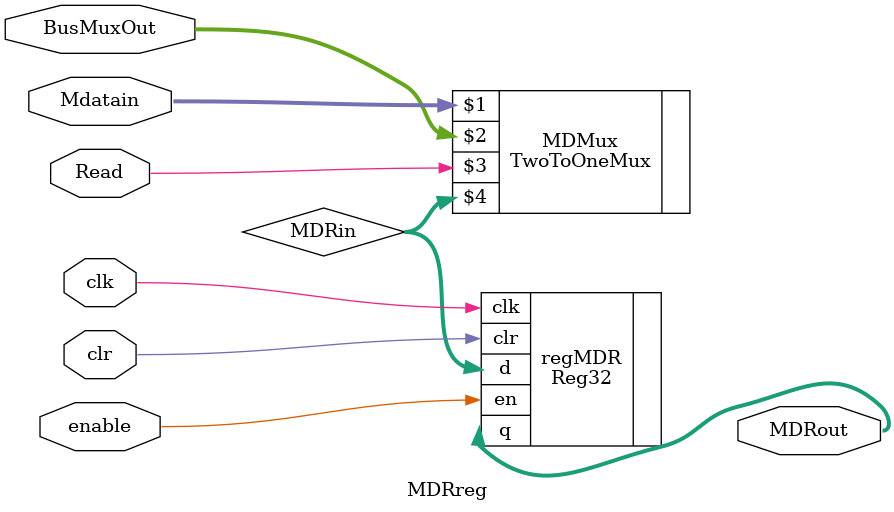
<source format=v>
module MDRreg (clr, clk, enable, Mdatain, BusMuxOut, Read, MDRout);
    input clr, clk, enable, Read;
    input [31:0] Mdatain, BusMuxOut;
    output [31:0] MDRout;

    wire [31:0] MDRin;
    TwoToOneMux MDMux (Mdatain, BusMuxOut, Read, MDRin);
    Reg32 regMDR (.clr(clr), .clk(clk), .en(enable), .d(MDRin), .q(MDRout));

endmodule
</source>
